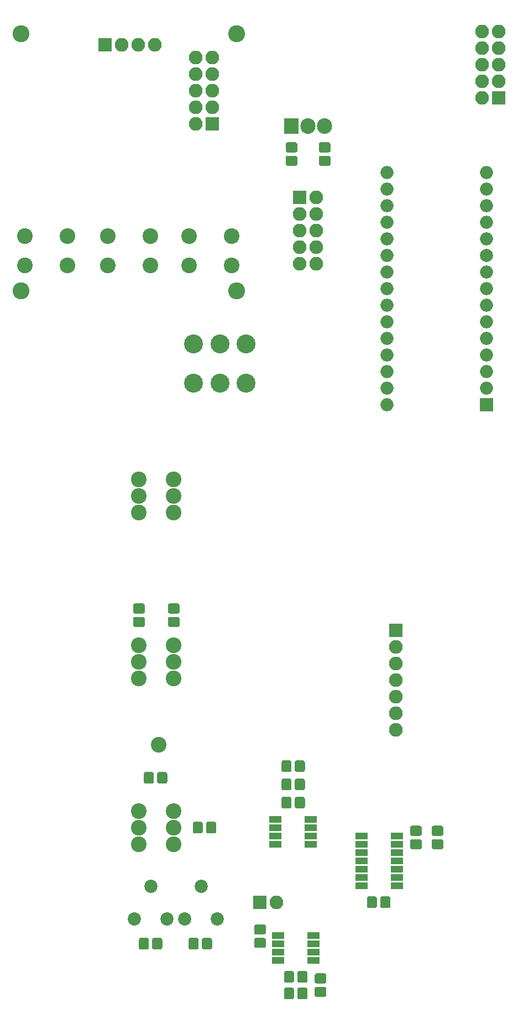
<source format=gbr>
G04 #@! TF.GenerationSoftware,KiCad,Pcbnew,(5.0.0)*
G04 #@! TF.CreationDate,2018-10-20T19:08:45+01:00*
G04 #@! TF.ProjectId,AD9833FunctionGenerator,41443938333346756E6374696F6E4765,rev?*
G04 #@! TF.SameCoordinates,Original*
G04 #@! TF.FileFunction,Soldermask,Top*
G04 #@! TF.FilePolarity,Negative*
%FSLAX46Y46*%
G04 Gerber Fmt 4.6, Leading zero omitted, Abs format (unit mm)*
G04 Created by KiCad (PCBNEW (5.0.0)) date 10/20/18 19:08:45*
%MOMM*%
%LPD*%
G01*
G04 APERTURE LIST*
%ADD10C,2.600000*%
%ADD11C,2.020000*%
%ADD12O,2.000000X2.000000*%
%ADD13C,2.000000*%
%ADD14R,2.000000X2.000000*%
%ADD15C,2.400000*%
%ADD16C,0.100000*%
%ADD17C,1.550000*%
%ADD18C,2.900000*%
%ADD19R,2.100000X2.100000*%
%ADD20O,2.100000X2.100000*%
%ADD21R,1.900000X1.000000*%
%ADD22R,2.305000X2.400000*%
%ADD23O,2.305000X2.400000*%
%ADD24R,1.950000X1.000000*%
G04 APERTURE END LIST*
D10*
G04 #@! TO.C,REF\002A\002A*
X53794681Y-71464698D03*
G04 #@! TD*
G04 #@! TO.C,REF\002A\002A*
X86814681Y-71464698D03*
G04 #@! TD*
G04 #@! TO.C,REF\002A\002A*
X86814681Y-110834698D03*
G04 #@! TD*
D11*
G04 #@! TO.C,RV_UPOFF1*
X83900000Y-207010000D03*
X81400000Y-202010000D03*
X78900000Y-207010000D03*
G04 #@! TD*
D12*
G04 #@! TO.C,A1*
X109855000Y-92710000D03*
X125095000Y-92710000D03*
X109855000Y-128270000D03*
X125095000Y-95250000D03*
X109855000Y-125730000D03*
X125095000Y-97790000D03*
X109855000Y-123190000D03*
X125095000Y-100330000D03*
X109855000Y-120650000D03*
X125095000Y-102870000D03*
X109855000Y-118110000D03*
D13*
X125095000Y-105410000D03*
D12*
X109855000Y-115570000D03*
X125095000Y-107950000D03*
X109855000Y-113030000D03*
X125095000Y-110490000D03*
X109855000Y-110490000D03*
X125095000Y-113030000D03*
X109855000Y-107950000D03*
X125095000Y-115570000D03*
X109855000Y-105410000D03*
X125095000Y-118110000D03*
X109855000Y-102870000D03*
X125095000Y-120650000D03*
X109855000Y-100330000D03*
X125095000Y-123190000D03*
X109855000Y-97790000D03*
X125095000Y-125730000D03*
X109855000Y-95250000D03*
D14*
X125095000Y-128270000D03*
G04 #@! TD*
D15*
G04 #@! TO.C,RV_FREQ1*
X71882000Y-144780000D03*
X71882000Y-142240000D03*
X71882000Y-139700000D03*
X77216000Y-144780000D03*
X77216000Y-142240000D03*
X77216000Y-139700000D03*
G04 #@! TD*
D16*
G04 #@! TO.C,RG1*
G36*
X94950071Y-182743623D02*
X94982781Y-182748475D01*
X95014857Y-182756509D01*
X95045991Y-182767649D01*
X95075884Y-182781787D01*
X95104247Y-182798787D01*
X95130807Y-182818485D01*
X95155308Y-182840692D01*
X95177515Y-182865193D01*
X95197213Y-182891753D01*
X95214213Y-182920116D01*
X95228351Y-182950009D01*
X95239491Y-182981143D01*
X95247525Y-183013219D01*
X95252377Y-183045929D01*
X95254000Y-183078956D01*
X95254000Y-184205044D01*
X95252377Y-184238071D01*
X95247525Y-184270781D01*
X95239491Y-184302857D01*
X95228351Y-184333991D01*
X95214213Y-184363884D01*
X95197213Y-184392247D01*
X95177515Y-184418807D01*
X95155308Y-184443308D01*
X95130807Y-184465515D01*
X95104247Y-184485213D01*
X95075884Y-184502213D01*
X95045991Y-184516351D01*
X95014857Y-184527491D01*
X94982781Y-184535525D01*
X94950071Y-184540377D01*
X94917044Y-184542000D01*
X94040956Y-184542000D01*
X94007929Y-184540377D01*
X93975219Y-184535525D01*
X93943143Y-184527491D01*
X93912009Y-184516351D01*
X93882116Y-184502213D01*
X93853753Y-184485213D01*
X93827193Y-184465515D01*
X93802692Y-184443308D01*
X93780485Y-184418807D01*
X93760787Y-184392247D01*
X93743787Y-184363884D01*
X93729649Y-184333991D01*
X93718509Y-184302857D01*
X93710475Y-184270781D01*
X93705623Y-184238071D01*
X93704000Y-184205044D01*
X93704000Y-183078956D01*
X93705623Y-183045929D01*
X93710475Y-183013219D01*
X93718509Y-182981143D01*
X93729649Y-182950009D01*
X93743787Y-182920116D01*
X93760787Y-182891753D01*
X93780485Y-182865193D01*
X93802692Y-182840692D01*
X93827193Y-182818485D01*
X93853753Y-182798787D01*
X93882116Y-182781787D01*
X93912009Y-182767649D01*
X93943143Y-182756509D01*
X93975219Y-182748475D01*
X94007929Y-182743623D01*
X94040956Y-182742000D01*
X94917044Y-182742000D01*
X94950071Y-182743623D01*
X94950071Y-182743623D01*
G37*
D17*
X94479000Y-183642000D03*
D16*
G36*
X97000071Y-182743623D02*
X97032781Y-182748475D01*
X97064857Y-182756509D01*
X97095991Y-182767649D01*
X97125884Y-182781787D01*
X97154247Y-182798787D01*
X97180807Y-182818485D01*
X97205308Y-182840692D01*
X97227515Y-182865193D01*
X97247213Y-182891753D01*
X97264213Y-182920116D01*
X97278351Y-182950009D01*
X97289491Y-182981143D01*
X97297525Y-183013219D01*
X97302377Y-183045929D01*
X97304000Y-183078956D01*
X97304000Y-184205044D01*
X97302377Y-184238071D01*
X97297525Y-184270781D01*
X97289491Y-184302857D01*
X97278351Y-184333991D01*
X97264213Y-184363884D01*
X97247213Y-184392247D01*
X97227515Y-184418807D01*
X97205308Y-184443308D01*
X97180807Y-184465515D01*
X97154247Y-184485213D01*
X97125884Y-184502213D01*
X97095991Y-184516351D01*
X97064857Y-184527491D01*
X97032781Y-184535525D01*
X97000071Y-184540377D01*
X96967044Y-184542000D01*
X96090956Y-184542000D01*
X96057929Y-184540377D01*
X96025219Y-184535525D01*
X95993143Y-184527491D01*
X95962009Y-184516351D01*
X95932116Y-184502213D01*
X95903753Y-184485213D01*
X95877193Y-184465515D01*
X95852692Y-184443308D01*
X95830485Y-184418807D01*
X95810787Y-184392247D01*
X95793787Y-184363884D01*
X95779649Y-184333991D01*
X95768509Y-184302857D01*
X95760475Y-184270781D01*
X95755623Y-184238071D01*
X95754000Y-184205044D01*
X95754000Y-183078956D01*
X95755623Y-183045929D01*
X95760475Y-183013219D01*
X95768509Y-182981143D01*
X95779649Y-182950009D01*
X95793787Y-182920116D01*
X95810787Y-182891753D01*
X95830485Y-182865193D01*
X95852692Y-182840692D01*
X95877193Y-182818485D01*
X95903753Y-182798787D01*
X95932116Y-182781787D01*
X95962009Y-182767649D01*
X95993143Y-182756509D01*
X96025219Y-182748475D01*
X96057929Y-182743623D01*
X96090956Y-182742000D01*
X96967044Y-182742000D01*
X97000071Y-182743623D01*
X97000071Y-182743623D01*
G37*
D17*
X96529000Y-183642000D03*
G04 #@! TD*
D16*
G04 #@! TO.C,RF1*
G36*
X97000071Y-188331623D02*
X97032781Y-188336475D01*
X97064857Y-188344509D01*
X97095991Y-188355649D01*
X97125884Y-188369787D01*
X97154247Y-188386787D01*
X97180807Y-188406485D01*
X97205308Y-188428692D01*
X97227515Y-188453193D01*
X97247213Y-188479753D01*
X97264213Y-188508116D01*
X97278351Y-188538009D01*
X97289491Y-188569143D01*
X97297525Y-188601219D01*
X97302377Y-188633929D01*
X97304000Y-188666956D01*
X97304000Y-189793044D01*
X97302377Y-189826071D01*
X97297525Y-189858781D01*
X97289491Y-189890857D01*
X97278351Y-189921991D01*
X97264213Y-189951884D01*
X97247213Y-189980247D01*
X97227515Y-190006807D01*
X97205308Y-190031308D01*
X97180807Y-190053515D01*
X97154247Y-190073213D01*
X97125884Y-190090213D01*
X97095991Y-190104351D01*
X97064857Y-190115491D01*
X97032781Y-190123525D01*
X97000071Y-190128377D01*
X96967044Y-190130000D01*
X96090956Y-190130000D01*
X96057929Y-190128377D01*
X96025219Y-190123525D01*
X95993143Y-190115491D01*
X95962009Y-190104351D01*
X95932116Y-190090213D01*
X95903753Y-190073213D01*
X95877193Y-190053515D01*
X95852692Y-190031308D01*
X95830485Y-190006807D01*
X95810787Y-189980247D01*
X95793787Y-189951884D01*
X95779649Y-189921991D01*
X95768509Y-189890857D01*
X95760475Y-189858781D01*
X95755623Y-189826071D01*
X95754000Y-189793044D01*
X95754000Y-188666956D01*
X95755623Y-188633929D01*
X95760475Y-188601219D01*
X95768509Y-188569143D01*
X95779649Y-188538009D01*
X95793787Y-188508116D01*
X95810787Y-188479753D01*
X95830485Y-188453193D01*
X95852692Y-188428692D01*
X95877193Y-188406485D01*
X95903753Y-188386787D01*
X95932116Y-188369787D01*
X95962009Y-188355649D01*
X95993143Y-188344509D01*
X96025219Y-188336475D01*
X96057929Y-188331623D01*
X96090956Y-188330000D01*
X96967044Y-188330000D01*
X97000071Y-188331623D01*
X97000071Y-188331623D01*
G37*
D17*
X96529000Y-189230000D03*
D16*
G36*
X94950071Y-188331623D02*
X94982781Y-188336475D01*
X95014857Y-188344509D01*
X95045991Y-188355649D01*
X95075884Y-188369787D01*
X95104247Y-188386787D01*
X95130807Y-188406485D01*
X95155308Y-188428692D01*
X95177515Y-188453193D01*
X95197213Y-188479753D01*
X95214213Y-188508116D01*
X95228351Y-188538009D01*
X95239491Y-188569143D01*
X95247525Y-188601219D01*
X95252377Y-188633929D01*
X95254000Y-188666956D01*
X95254000Y-189793044D01*
X95252377Y-189826071D01*
X95247525Y-189858781D01*
X95239491Y-189890857D01*
X95228351Y-189921991D01*
X95214213Y-189951884D01*
X95197213Y-189980247D01*
X95177515Y-190006807D01*
X95155308Y-190031308D01*
X95130807Y-190053515D01*
X95104247Y-190073213D01*
X95075884Y-190090213D01*
X95045991Y-190104351D01*
X95014857Y-190115491D01*
X94982781Y-190123525D01*
X94950071Y-190128377D01*
X94917044Y-190130000D01*
X94040956Y-190130000D01*
X94007929Y-190128377D01*
X93975219Y-190123525D01*
X93943143Y-190115491D01*
X93912009Y-190104351D01*
X93882116Y-190090213D01*
X93853753Y-190073213D01*
X93827193Y-190053515D01*
X93802692Y-190031308D01*
X93780485Y-190006807D01*
X93760787Y-189980247D01*
X93743787Y-189951884D01*
X93729649Y-189921991D01*
X93718509Y-189890857D01*
X93710475Y-189858781D01*
X93705623Y-189826071D01*
X93704000Y-189793044D01*
X93704000Y-188666956D01*
X93705623Y-188633929D01*
X93710475Y-188601219D01*
X93718509Y-188569143D01*
X93729649Y-188538009D01*
X93743787Y-188508116D01*
X93760787Y-188479753D01*
X93780485Y-188453193D01*
X93802692Y-188428692D01*
X93827193Y-188406485D01*
X93853753Y-188386787D01*
X93882116Y-188369787D01*
X93912009Y-188355649D01*
X93943143Y-188344509D01*
X93975219Y-188336475D01*
X94007929Y-188331623D01*
X94040956Y-188330000D01*
X94917044Y-188330000D01*
X94950071Y-188331623D01*
X94950071Y-188331623D01*
G37*
D17*
X94479000Y-189230000D03*
G04 #@! TD*
D18*
G04 #@! TO.C,SW_PWR1*
X80264000Y-124968000D03*
X80264000Y-118968000D03*
X84264000Y-124968000D03*
X84264000Y-118968000D03*
X88264000Y-124968000D03*
X88264000Y-118968000D03*
G04 #@! TD*
D19*
G04 #@! TO.C,J_OUT1*
X90424000Y-204470000D03*
D20*
X92964000Y-204470000D03*
G04 #@! TD*
D19*
G04 #@! TO.C,J_PWR1*
X96520000Y-96520000D03*
D20*
X99060000Y-96520000D03*
X96520000Y-99060000D03*
X99060000Y-99060000D03*
X96520000Y-101600000D03*
X99060000Y-101600000D03*
X96520000Y-104140000D03*
X99060000Y-104140000D03*
X96520000Y-106680000D03*
X99060000Y-106680000D03*
G04 #@! TD*
D21*
G04 #@! TO.C,U_POT1*
X111412000Y-201930000D03*
X111412000Y-200660000D03*
X111412000Y-199390000D03*
X111412000Y-198120000D03*
X111412000Y-196850000D03*
X111412000Y-195580000D03*
X111412000Y-194310000D03*
X106012000Y-194310000D03*
X106012000Y-195580000D03*
X106012000Y-196850000D03*
X106012000Y-198120000D03*
X106012000Y-199390000D03*
X106012000Y-200660000D03*
X106012000Y-201930000D03*
G04 #@! TD*
D16*
G04 #@! TO.C,R_LOFF1*
G36*
X73106071Y-209921623D02*
X73138781Y-209926475D01*
X73170857Y-209934509D01*
X73201991Y-209945649D01*
X73231884Y-209959787D01*
X73260247Y-209976787D01*
X73286807Y-209996485D01*
X73311308Y-210018692D01*
X73333515Y-210043193D01*
X73353213Y-210069753D01*
X73370213Y-210098116D01*
X73384351Y-210128009D01*
X73395491Y-210159143D01*
X73403525Y-210191219D01*
X73408377Y-210223929D01*
X73410000Y-210256956D01*
X73410000Y-211383044D01*
X73408377Y-211416071D01*
X73403525Y-211448781D01*
X73395491Y-211480857D01*
X73384351Y-211511991D01*
X73370213Y-211541884D01*
X73353213Y-211570247D01*
X73333515Y-211596807D01*
X73311308Y-211621308D01*
X73286807Y-211643515D01*
X73260247Y-211663213D01*
X73231884Y-211680213D01*
X73201991Y-211694351D01*
X73170857Y-211705491D01*
X73138781Y-211713525D01*
X73106071Y-211718377D01*
X73073044Y-211720000D01*
X72196956Y-211720000D01*
X72163929Y-211718377D01*
X72131219Y-211713525D01*
X72099143Y-211705491D01*
X72068009Y-211694351D01*
X72038116Y-211680213D01*
X72009753Y-211663213D01*
X71983193Y-211643515D01*
X71958692Y-211621308D01*
X71936485Y-211596807D01*
X71916787Y-211570247D01*
X71899787Y-211541884D01*
X71885649Y-211511991D01*
X71874509Y-211480857D01*
X71866475Y-211448781D01*
X71861623Y-211416071D01*
X71860000Y-211383044D01*
X71860000Y-210256956D01*
X71861623Y-210223929D01*
X71866475Y-210191219D01*
X71874509Y-210159143D01*
X71885649Y-210128009D01*
X71899787Y-210098116D01*
X71916787Y-210069753D01*
X71936485Y-210043193D01*
X71958692Y-210018692D01*
X71983193Y-209996485D01*
X72009753Y-209976787D01*
X72038116Y-209959787D01*
X72068009Y-209945649D01*
X72099143Y-209934509D01*
X72131219Y-209926475D01*
X72163929Y-209921623D01*
X72196956Y-209920000D01*
X73073044Y-209920000D01*
X73106071Y-209921623D01*
X73106071Y-209921623D01*
G37*
D17*
X72635000Y-210820000D03*
D16*
G36*
X75156071Y-209921623D02*
X75188781Y-209926475D01*
X75220857Y-209934509D01*
X75251991Y-209945649D01*
X75281884Y-209959787D01*
X75310247Y-209976787D01*
X75336807Y-209996485D01*
X75361308Y-210018692D01*
X75383515Y-210043193D01*
X75403213Y-210069753D01*
X75420213Y-210098116D01*
X75434351Y-210128009D01*
X75445491Y-210159143D01*
X75453525Y-210191219D01*
X75458377Y-210223929D01*
X75460000Y-210256956D01*
X75460000Y-211383044D01*
X75458377Y-211416071D01*
X75453525Y-211448781D01*
X75445491Y-211480857D01*
X75434351Y-211511991D01*
X75420213Y-211541884D01*
X75403213Y-211570247D01*
X75383515Y-211596807D01*
X75361308Y-211621308D01*
X75336807Y-211643515D01*
X75310247Y-211663213D01*
X75281884Y-211680213D01*
X75251991Y-211694351D01*
X75220857Y-211705491D01*
X75188781Y-211713525D01*
X75156071Y-211718377D01*
X75123044Y-211720000D01*
X74246956Y-211720000D01*
X74213929Y-211718377D01*
X74181219Y-211713525D01*
X74149143Y-211705491D01*
X74118009Y-211694351D01*
X74088116Y-211680213D01*
X74059753Y-211663213D01*
X74033193Y-211643515D01*
X74008692Y-211621308D01*
X73986485Y-211596807D01*
X73966787Y-211570247D01*
X73949787Y-211541884D01*
X73935649Y-211511991D01*
X73924509Y-211480857D01*
X73916475Y-211448781D01*
X73911623Y-211416071D01*
X73910000Y-211383044D01*
X73910000Y-210256956D01*
X73911623Y-210223929D01*
X73916475Y-210191219D01*
X73924509Y-210159143D01*
X73935649Y-210128009D01*
X73949787Y-210098116D01*
X73966787Y-210069753D01*
X73986485Y-210043193D01*
X74008692Y-210018692D01*
X74033193Y-209996485D01*
X74059753Y-209976787D01*
X74088116Y-209959787D01*
X74118009Y-209945649D01*
X74149143Y-209934509D01*
X74181219Y-209926475D01*
X74213929Y-209921623D01*
X74246956Y-209920000D01*
X75123044Y-209920000D01*
X75156071Y-209921623D01*
X75156071Y-209921623D01*
G37*
D17*
X74685000Y-210820000D03*
G04 #@! TD*
D16*
G04 #@! TO.C,C1*
G36*
X95846071Y-88117623D02*
X95878781Y-88122475D01*
X95910857Y-88130509D01*
X95941991Y-88141649D01*
X95971884Y-88155787D01*
X96000247Y-88172787D01*
X96026807Y-88192485D01*
X96051308Y-88214692D01*
X96073515Y-88239193D01*
X96093213Y-88265753D01*
X96110213Y-88294116D01*
X96124351Y-88324009D01*
X96135491Y-88355143D01*
X96143525Y-88387219D01*
X96148377Y-88419929D01*
X96150000Y-88452956D01*
X96150000Y-89329044D01*
X96148377Y-89362071D01*
X96143525Y-89394781D01*
X96135491Y-89426857D01*
X96124351Y-89457991D01*
X96110213Y-89487884D01*
X96093213Y-89516247D01*
X96073515Y-89542807D01*
X96051308Y-89567308D01*
X96026807Y-89589515D01*
X96000247Y-89609213D01*
X95971884Y-89626213D01*
X95941991Y-89640351D01*
X95910857Y-89651491D01*
X95878781Y-89659525D01*
X95846071Y-89664377D01*
X95813044Y-89666000D01*
X94686956Y-89666000D01*
X94653929Y-89664377D01*
X94621219Y-89659525D01*
X94589143Y-89651491D01*
X94558009Y-89640351D01*
X94528116Y-89626213D01*
X94499753Y-89609213D01*
X94473193Y-89589515D01*
X94448692Y-89567308D01*
X94426485Y-89542807D01*
X94406787Y-89516247D01*
X94389787Y-89487884D01*
X94375649Y-89457991D01*
X94364509Y-89426857D01*
X94356475Y-89394781D01*
X94351623Y-89362071D01*
X94350000Y-89329044D01*
X94350000Y-88452956D01*
X94351623Y-88419929D01*
X94356475Y-88387219D01*
X94364509Y-88355143D01*
X94375649Y-88324009D01*
X94389787Y-88294116D01*
X94406787Y-88265753D01*
X94426485Y-88239193D01*
X94448692Y-88214692D01*
X94473193Y-88192485D01*
X94499753Y-88172787D01*
X94528116Y-88155787D01*
X94558009Y-88141649D01*
X94589143Y-88130509D01*
X94621219Y-88122475D01*
X94653929Y-88117623D01*
X94686956Y-88116000D01*
X95813044Y-88116000D01*
X95846071Y-88117623D01*
X95846071Y-88117623D01*
G37*
D17*
X95250000Y-88891000D03*
D16*
G36*
X95846071Y-90167623D02*
X95878781Y-90172475D01*
X95910857Y-90180509D01*
X95941991Y-90191649D01*
X95971884Y-90205787D01*
X96000247Y-90222787D01*
X96026807Y-90242485D01*
X96051308Y-90264692D01*
X96073515Y-90289193D01*
X96093213Y-90315753D01*
X96110213Y-90344116D01*
X96124351Y-90374009D01*
X96135491Y-90405143D01*
X96143525Y-90437219D01*
X96148377Y-90469929D01*
X96150000Y-90502956D01*
X96150000Y-91379044D01*
X96148377Y-91412071D01*
X96143525Y-91444781D01*
X96135491Y-91476857D01*
X96124351Y-91507991D01*
X96110213Y-91537884D01*
X96093213Y-91566247D01*
X96073515Y-91592807D01*
X96051308Y-91617308D01*
X96026807Y-91639515D01*
X96000247Y-91659213D01*
X95971884Y-91676213D01*
X95941991Y-91690351D01*
X95910857Y-91701491D01*
X95878781Y-91709525D01*
X95846071Y-91714377D01*
X95813044Y-91716000D01*
X94686956Y-91716000D01*
X94653929Y-91714377D01*
X94621219Y-91709525D01*
X94589143Y-91701491D01*
X94558009Y-91690351D01*
X94528116Y-91676213D01*
X94499753Y-91659213D01*
X94473193Y-91639515D01*
X94448692Y-91617308D01*
X94426485Y-91592807D01*
X94406787Y-91566247D01*
X94389787Y-91537884D01*
X94375649Y-91507991D01*
X94364509Y-91476857D01*
X94356475Y-91444781D01*
X94351623Y-91412071D01*
X94350000Y-91379044D01*
X94350000Y-90502956D01*
X94351623Y-90469929D01*
X94356475Y-90437219D01*
X94364509Y-90405143D01*
X94375649Y-90374009D01*
X94389787Y-90344116D01*
X94406787Y-90315753D01*
X94426485Y-90289193D01*
X94448692Y-90264692D01*
X94473193Y-90242485D01*
X94499753Y-90222787D01*
X94528116Y-90205787D01*
X94558009Y-90191649D01*
X94589143Y-90180509D01*
X94621219Y-90172475D01*
X94653929Y-90167623D01*
X94686956Y-90166000D01*
X95813044Y-90166000D01*
X95846071Y-90167623D01*
X95846071Y-90167623D01*
G37*
D17*
X95250000Y-90941000D03*
G04 #@! TD*
D16*
G04 #@! TO.C,C2*
G36*
X100926071Y-90167623D02*
X100958781Y-90172475D01*
X100990857Y-90180509D01*
X101021991Y-90191649D01*
X101051884Y-90205787D01*
X101080247Y-90222787D01*
X101106807Y-90242485D01*
X101131308Y-90264692D01*
X101153515Y-90289193D01*
X101173213Y-90315753D01*
X101190213Y-90344116D01*
X101204351Y-90374009D01*
X101215491Y-90405143D01*
X101223525Y-90437219D01*
X101228377Y-90469929D01*
X101230000Y-90502956D01*
X101230000Y-91379044D01*
X101228377Y-91412071D01*
X101223525Y-91444781D01*
X101215491Y-91476857D01*
X101204351Y-91507991D01*
X101190213Y-91537884D01*
X101173213Y-91566247D01*
X101153515Y-91592807D01*
X101131308Y-91617308D01*
X101106807Y-91639515D01*
X101080247Y-91659213D01*
X101051884Y-91676213D01*
X101021991Y-91690351D01*
X100990857Y-91701491D01*
X100958781Y-91709525D01*
X100926071Y-91714377D01*
X100893044Y-91716000D01*
X99766956Y-91716000D01*
X99733929Y-91714377D01*
X99701219Y-91709525D01*
X99669143Y-91701491D01*
X99638009Y-91690351D01*
X99608116Y-91676213D01*
X99579753Y-91659213D01*
X99553193Y-91639515D01*
X99528692Y-91617308D01*
X99506485Y-91592807D01*
X99486787Y-91566247D01*
X99469787Y-91537884D01*
X99455649Y-91507991D01*
X99444509Y-91476857D01*
X99436475Y-91444781D01*
X99431623Y-91412071D01*
X99430000Y-91379044D01*
X99430000Y-90502956D01*
X99431623Y-90469929D01*
X99436475Y-90437219D01*
X99444509Y-90405143D01*
X99455649Y-90374009D01*
X99469787Y-90344116D01*
X99486787Y-90315753D01*
X99506485Y-90289193D01*
X99528692Y-90264692D01*
X99553193Y-90242485D01*
X99579753Y-90222787D01*
X99608116Y-90205787D01*
X99638009Y-90191649D01*
X99669143Y-90180509D01*
X99701219Y-90172475D01*
X99733929Y-90167623D01*
X99766956Y-90166000D01*
X100893044Y-90166000D01*
X100926071Y-90167623D01*
X100926071Y-90167623D01*
G37*
D17*
X100330000Y-90941000D03*
D16*
G36*
X100926071Y-88117623D02*
X100958781Y-88122475D01*
X100990857Y-88130509D01*
X101021991Y-88141649D01*
X101051884Y-88155787D01*
X101080247Y-88172787D01*
X101106807Y-88192485D01*
X101131308Y-88214692D01*
X101153515Y-88239193D01*
X101173213Y-88265753D01*
X101190213Y-88294116D01*
X101204351Y-88324009D01*
X101215491Y-88355143D01*
X101223525Y-88387219D01*
X101228377Y-88419929D01*
X101230000Y-88452956D01*
X101230000Y-89329044D01*
X101228377Y-89362071D01*
X101223525Y-89394781D01*
X101215491Y-89426857D01*
X101204351Y-89457991D01*
X101190213Y-89487884D01*
X101173213Y-89516247D01*
X101153515Y-89542807D01*
X101131308Y-89567308D01*
X101106807Y-89589515D01*
X101080247Y-89609213D01*
X101051884Y-89626213D01*
X101021991Y-89640351D01*
X100990857Y-89651491D01*
X100958781Y-89659525D01*
X100926071Y-89664377D01*
X100893044Y-89666000D01*
X99766956Y-89666000D01*
X99733929Y-89664377D01*
X99701219Y-89659525D01*
X99669143Y-89651491D01*
X99638009Y-89640351D01*
X99608116Y-89626213D01*
X99579753Y-89609213D01*
X99553193Y-89589515D01*
X99528692Y-89567308D01*
X99506485Y-89542807D01*
X99486787Y-89516247D01*
X99469787Y-89487884D01*
X99455649Y-89457991D01*
X99444509Y-89426857D01*
X99436475Y-89394781D01*
X99431623Y-89362071D01*
X99430000Y-89329044D01*
X99430000Y-88452956D01*
X99431623Y-88419929D01*
X99436475Y-88387219D01*
X99444509Y-88355143D01*
X99455649Y-88324009D01*
X99469787Y-88294116D01*
X99486787Y-88265753D01*
X99506485Y-88239193D01*
X99528692Y-88214692D01*
X99553193Y-88192485D01*
X99579753Y-88172787D01*
X99608116Y-88155787D01*
X99638009Y-88141649D01*
X99669143Y-88130509D01*
X99701219Y-88122475D01*
X99733929Y-88117623D01*
X99766956Y-88116000D01*
X100893044Y-88116000D01*
X100926071Y-88117623D01*
X100926071Y-88117623D01*
G37*
D17*
X100330000Y-88891000D03*
G04 #@! TD*
D20*
G04 #@! TO.C,J_AD9833*
X111194407Y-178061772D03*
X111194407Y-175521772D03*
X111194407Y-172981772D03*
X111194407Y-170441772D03*
X111194407Y-167901772D03*
X111194407Y-165361772D03*
D19*
X111194407Y-162821772D03*
G04 #@! TD*
G04 #@! TO.C,J_AUX2MAIN2*
X83131681Y-85307698D03*
D20*
X80591681Y-85307698D03*
X83131681Y-82767698D03*
X80591681Y-82767698D03*
X83131681Y-80227698D03*
X80591681Y-80227698D03*
X83131681Y-77687698D03*
X80591681Y-77687698D03*
X83131681Y-75147698D03*
X80591681Y-75147698D03*
G04 #@! TD*
D19*
G04 #@! TO.C,J_MAIN2AUX1*
X127000000Y-81280000D03*
D20*
X124460000Y-81280000D03*
X127000000Y-78740000D03*
X124460000Y-78740000D03*
X127000000Y-76200000D03*
X124460000Y-76200000D03*
X127000000Y-73660000D03*
X124460000Y-73660000D03*
X127000000Y-71120000D03*
X124460000Y-71120000D03*
G04 #@! TD*
D19*
G04 #@! TO.C,J_OLEDCONNECTOR1*
X66725646Y-73193447D03*
D20*
X69265646Y-73193447D03*
X71805646Y-73193447D03*
X74345646Y-73193447D03*
G04 #@! TD*
D16*
G04 #@! TO.C,R_ISO1*
G36*
X91020071Y-209928623D02*
X91052781Y-209933475D01*
X91084857Y-209941509D01*
X91115991Y-209952649D01*
X91145884Y-209966787D01*
X91174247Y-209983787D01*
X91200807Y-210003485D01*
X91225308Y-210025692D01*
X91247515Y-210050193D01*
X91267213Y-210076753D01*
X91284213Y-210105116D01*
X91298351Y-210135009D01*
X91309491Y-210166143D01*
X91317525Y-210198219D01*
X91322377Y-210230929D01*
X91324000Y-210263956D01*
X91324000Y-211140044D01*
X91322377Y-211173071D01*
X91317525Y-211205781D01*
X91309491Y-211237857D01*
X91298351Y-211268991D01*
X91284213Y-211298884D01*
X91267213Y-211327247D01*
X91247515Y-211353807D01*
X91225308Y-211378308D01*
X91200807Y-211400515D01*
X91174247Y-211420213D01*
X91145884Y-211437213D01*
X91115991Y-211451351D01*
X91084857Y-211462491D01*
X91052781Y-211470525D01*
X91020071Y-211475377D01*
X90987044Y-211477000D01*
X89860956Y-211477000D01*
X89827929Y-211475377D01*
X89795219Y-211470525D01*
X89763143Y-211462491D01*
X89732009Y-211451351D01*
X89702116Y-211437213D01*
X89673753Y-211420213D01*
X89647193Y-211400515D01*
X89622692Y-211378308D01*
X89600485Y-211353807D01*
X89580787Y-211327247D01*
X89563787Y-211298884D01*
X89549649Y-211268991D01*
X89538509Y-211237857D01*
X89530475Y-211205781D01*
X89525623Y-211173071D01*
X89524000Y-211140044D01*
X89524000Y-210263956D01*
X89525623Y-210230929D01*
X89530475Y-210198219D01*
X89538509Y-210166143D01*
X89549649Y-210135009D01*
X89563787Y-210105116D01*
X89580787Y-210076753D01*
X89600485Y-210050193D01*
X89622692Y-210025692D01*
X89647193Y-210003485D01*
X89673753Y-209983787D01*
X89702116Y-209966787D01*
X89732009Y-209952649D01*
X89763143Y-209941509D01*
X89795219Y-209933475D01*
X89827929Y-209928623D01*
X89860956Y-209927000D01*
X90987044Y-209927000D01*
X91020071Y-209928623D01*
X91020071Y-209928623D01*
G37*
D17*
X90424000Y-210702000D03*
D16*
G36*
X91020071Y-207878623D02*
X91052781Y-207883475D01*
X91084857Y-207891509D01*
X91115991Y-207902649D01*
X91145884Y-207916787D01*
X91174247Y-207933787D01*
X91200807Y-207953485D01*
X91225308Y-207975692D01*
X91247515Y-208000193D01*
X91267213Y-208026753D01*
X91284213Y-208055116D01*
X91298351Y-208085009D01*
X91309491Y-208116143D01*
X91317525Y-208148219D01*
X91322377Y-208180929D01*
X91324000Y-208213956D01*
X91324000Y-209090044D01*
X91322377Y-209123071D01*
X91317525Y-209155781D01*
X91309491Y-209187857D01*
X91298351Y-209218991D01*
X91284213Y-209248884D01*
X91267213Y-209277247D01*
X91247515Y-209303807D01*
X91225308Y-209328308D01*
X91200807Y-209350515D01*
X91174247Y-209370213D01*
X91145884Y-209387213D01*
X91115991Y-209401351D01*
X91084857Y-209412491D01*
X91052781Y-209420525D01*
X91020071Y-209425377D01*
X90987044Y-209427000D01*
X89860956Y-209427000D01*
X89827929Y-209425377D01*
X89795219Y-209420525D01*
X89763143Y-209412491D01*
X89732009Y-209401351D01*
X89702116Y-209387213D01*
X89673753Y-209370213D01*
X89647193Y-209350515D01*
X89622692Y-209328308D01*
X89600485Y-209303807D01*
X89580787Y-209277247D01*
X89563787Y-209248884D01*
X89549649Y-209218991D01*
X89538509Y-209187857D01*
X89530475Y-209155781D01*
X89525623Y-209123071D01*
X89524000Y-209090044D01*
X89524000Y-208213956D01*
X89525623Y-208180929D01*
X89530475Y-208148219D01*
X89538509Y-208116143D01*
X89549649Y-208085009D01*
X89563787Y-208055116D01*
X89580787Y-208026753D01*
X89600485Y-208000193D01*
X89622692Y-207975692D01*
X89647193Y-207953485D01*
X89673753Y-207933787D01*
X89702116Y-207916787D01*
X89732009Y-207902649D01*
X89763143Y-207891509D01*
X89795219Y-207883475D01*
X89827929Y-207878623D01*
X89860956Y-207877000D01*
X90987044Y-207877000D01*
X91020071Y-207878623D01*
X91020071Y-207878623D01*
G37*
D17*
X90424000Y-208652000D03*
G04 #@! TD*
D16*
G04 #@! TO.C,R_MIX1*
G36*
X83411071Y-192141623D02*
X83443781Y-192146475D01*
X83475857Y-192154509D01*
X83506991Y-192165649D01*
X83536884Y-192179787D01*
X83565247Y-192196787D01*
X83591807Y-192216485D01*
X83616308Y-192238692D01*
X83638515Y-192263193D01*
X83658213Y-192289753D01*
X83675213Y-192318116D01*
X83689351Y-192348009D01*
X83700491Y-192379143D01*
X83708525Y-192411219D01*
X83713377Y-192443929D01*
X83715000Y-192476956D01*
X83715000Y-193603044D01*
X83713377Y-193636071D01*
X83708525Y-193668781D01*
X83700491Y-193700857D01*
X83689351Y-193731991D01*
X83675213Y-193761884D01*
X83658213Y-193790247D01*
X83638515Y-193816807D01*
X83616308Y-193841308D01*
X83591807Y-193863515D01*
X83565247Y-193883213D01*
X83536884Y-193900213D01*
X83506991Y-193914351D01*
X83475857Y-193925491D01*
X83443781Y-193933525D01*
X83411071Y-193938377D01*
X83378044Y-193940000D01*
X82501956Y-193940000D01*
X82468929Y-193938377D01*
X82436219Y-193933525D01*
X82404143Y-193925491D01*
X82373009Y-193914351D01*
X82343116Y-193900213D01*
X82314753Y-193883213D01*
X82288193Y-193863515D01*
X82263692Y-193841308D01*
X82241485Y-193816807D01*
X82221787Y-193790247D01*
X82204787Y-193761884D01*
X82190649Y-193731991D01*
X82179509Y-193700857D01*
X82171475Y-193668781D01*
X82166623Y-193636071D01*
X82165000Y-193603044D01*
X82165000Y-192476956D01*
X82166623Y-192443929D01*
X82171475Y-192411219D01*
X82179509Y-192379143D01*
X82190649Y-192348009D01*
X82204787Y-192318116D01*
X82221787Y-192289753D01*
X82241485Y-192263193D01*
X82263692Y-192238692D01*
X82288193Y-192216485D01*
X82314753Y-192196787D01*
X82343116Y-192179787D01*
X82373009Y-192165649D01*
X82404143Y-192154509D01*
X82436219Y-192146475D01*
X82468929Y-192141623D01*
X82501956Y-192140000D01*
X83378044Y-192140000D01*
X83411071Y-192141623D01*
X83411071Y-192141623D01*
G37*
D17*
X82940000Y-193040000D03*
D16*
G36*
X81361071Y-192141623D02*
X81393781Y-192146475D01*
X81425857Y-192154509D01*
X81456991Y-192165649D01*
X81486884Y-192179787D01*
X81515247Y-192196787D01*
X81541807Y-192216485D01*
X81566308Y-192238692D01*
X81588515Y-192263193D01*
X81608213Y-192289753D01*
X81625213Y-192318116D01*
X81639351Y-192348009D01*
X81650491Y-192379143D01*
X81658525Y-192411219D01*
X81663377Y-192443929D01*
X81665000Y-192476956D01*
X81665000Y-193603044D01*
X81663377Y-193636071D01*
X81658525Y-193668781D01*
X81650491Y-193700857D01*
X81639351Y-193731991D01*
X81625213Y-193761884D01*
X81608213Y-193790247D01*
X81588515Y-193816807D01*
X81566308Y-193841308D01*
X81541807Y-193863515D01*
X81515247Y-193883213D01*
X81486884Y-193900213D01*
X81456991Y-193914351D01*
X81425857Y-193925491D01*
X81393781Y-193933525D01*
X81361071Y-193938377D01*
X81328044Y-193940000D01*
X80451956Y-193940000D01*
X80418929Y-193938377D01*
X80386219Y-193933525D01*
X80354143Y-193925491D01*
X80323009Y-193914351D01*
X80293116Y-193900213D01*
X80264753Y-193883213D01*
X80238193Y-193863515D01*
X80213692Y-193841308D01*
X80191485Y-193816807D01*
X80171787Y-193790247D01*
X80154787Y-193761884D01*
X80140649Y-193731991D01*
X80129509Y-193700857D01*
X80121475Y-193668781D01*
X80116623Y-193636071D01*
X80115000Y-193603044D01*
X80115000Y-192476956D01*
X80116623Y-192443929D01*
X80121475Y-192411219D01*
X80129509Y-192379143D01*
X80140649Y-192348009D01*
X80154787Y-192318116D01*
X80171787Y-192289753D01*
X80191485Y-192263193D01*
X80213692Y-192238692D01*
X80238193Y-192216485D01*
X80264753Y-192196787D01*
X80293116Y-192179787D01*
X80323009Y-192165649D01*
X80354143Y-192154509D01*
X80386219Y-192146475D01*
X80418929Y-192141623D01*
X80451956Y-192140000D01*
X81328044Y-192140000D01*
X81361071Y-192141623D01*
X81361071Y-192141623D01*
G37*
D17*
X80890000Y-193040000D03*
G04 #@! TD*
D16*
G04 #@! TO.C,R_MIX2*
G36*
X75918071Y-184521623D02*
X75950781Y-184526475D01*
X75982857Y-184534509D01*
X76013991Y-184545649D01*
X76043884Y-184559787D01*
X76072247Y-184576787D01*
X76098807Y-184596485D01*
X76123308Y-184618692D01*
X76145515Y-184643193D01*
X76165213Y-184669753D01*
X76182213Y-184698116D01*
X76196351Y-184728009D01*
X76207491Y-184759143D01*
X76215525Y-184791219D01*
X76220377Y-184823929D01*
X76222000Y-184856956D01*
X76222000Y-185983044D01*
X76220377Y-186016071D01*
X76215525Y-186048781D01*
X76207491Y-186080857D01*
X76196351Y-186111991D01*
X76182213Y-186141884D01*
X76165213Y-186170247D01*
X76145515Y-186196807D01*
X76123308Y-186221308D01*
X76098807Y-186243515D01*
X76072247Y-186263213D01*
X76043884Y-186280213D01*
X76013991Y-186294351D01*
X75982857Y-186305491D01*
X75950781Y-186313525D01*
X75918071Y-186318377D01*
X75885044Y-186320000D01*
X75008956Y-186320000D01*
X74975929Y-186318377D01*
X74943219Y-186313525D01*
X74911143Y-186305491D01*
X74880009Y-186294351D01*
X74850116Y-186280213D01*
X74821753Y-186263213D01*
X74795193Y-186243515D01*
X74770692Y-186221308D01*
X74748485Y-186196807D01*
X74728787Y-186170247D01*
X74711787Y-186141884D01*
X74697649Y-186111991D01*
X74686509Y-186080857D01*
X74678475Y-186048781D01*
X74673623Y-186016071D01*
X74672000Y-185983044D01*
X74672000Y-184856956D01*
X74673623Y-184823929D01*
X74678475Y-184791219D01*
X74686509Y-184759143D01*
X74697649Y-184728009D01*
X74711787Y-184698116D01*
X74728787Y-184669753D01*
X74748485Y-184643193D01*
X74770692Y-184618692D01*
X74795193Y-184596485D01*
X74821753Y-184576787D01*
X74850116Y-184559787D01*
X74880009Y-184545649D01*
X74911143Y-184534509D01*
X74943219Y-184526475D01*
X74975929Y-184521623D01*
X75008956Y-184520000D01*
X75885044Y-184520000D01*
X75918071Y-184521623D01*
X75918071Y-184521623D01*
G37*
D17*
X75447000Y-185420000D03*
D16*
G36*
X73868071Y-184521623D02*
X73900781Y-184526475D01*
X73932857Y-184534509D01*
X73963991Y-184545649D01*
X73993884Y-184559787D01*
X74022247Y-184576787D01*
X74048807Y-184596485D01*
X74073308Y-184618692D01*
X74095515Y-184643193D01*
X74115213Y-184669753D01*
X74132213Y-184698116D01*
X74146351Y-184728009D01*
X74157491Y-184759143D01*
X74165525Y-184791219D01*
X74170377Y-184823929D01*
X74172000Y-184856956D01*
X74172000Y-185983044D01*
X74170377Y-186016071D01*
X74165525Y-186048781D01*
X74157491Y-186080857D01*
X74146351Y-186111991D01*
X74132213Y-186141884D01*
X74115213Y-186170247D01*
X74095515Y-186196807D01*
X74073308Y-186221308D01*
X74048807Y-186243515D01*
X74022247Y-186263213D01*
X73993884Y-186280213D01*
X73963991Y-186294351D01*
X73932857Y-186305491D01*
X73900781Y-186313525D01*
X73868071Y-186318377D01*
X73835044Y-186320000D01*
X72958956Y-186320000D01*
X72925929Y-186318377D01*
X72893219Y-186313525D01*
X72861143Y-186305491D01*
X72830009Y-186294351D01*
X72800116Y-186280213D01*
X72771753Y-186263213D01*
X72745193Y-186243515D01*
X72720692Y-186221308D01*
X72698485Y-186196807D01*
X72678787Y-186170247D01*
X72661787Y-186141884D01*
X72647649Y-186111991D01*
X72636509Y-186080857D01*
X72628475Y-186048781D01*
X72623623Y-186016071D01*
X72622000Y-185983044D01*
X72622000Y-184856956D01*
X72623623Y-184823929D01*
X72628475Y-184791219D01*
X72636509Y-184759143D01*
X72647649Y-184728009D01*
X72661787Y-184698116D01*
X72678787Y-184669753D01*
X72698485Y-184643193D01*
X72720692Y-184618692D01*
X72745193Y-184596485D01*
X72771753Y-184576787D01*
X72800116Y-184559787D01*
X72830009Y-184545649D01*
X72861143Y-184534509D01*
X72893219Y-184526475D01*
X72925929Y-184521623D01*
X72958956Y-184520000D01*
X73835044Y-184520000D01*
X73868071Y-184521623D01*
X73868071Y-184521623D01*
G37*
D17*
X73397000Y-185420000D03*
G04 #@! TD*
D16*
G04 #@! TO.C,R_VEL1*
G36*
X72478071Y-158729623D02*
X72510781Y-158734475D01*
X72542857Y-158742509D01*
X72573991Y-158753649D01*
X72603884Y-158767787D01*
X72632247Y-158784787D01*
X72658807Y-158804485D01*
X72683308Y-158826692D01*
X72705515Y-158851193D01*
X72725213Y-158877753D01*
X72742213Y-158906116D01*
X72756351Y-158936009D01*
X72767491Y-158967143D01*
X72775525Y-158999219D01*
X72780377Y-159031929D01*
X72782000Y-159064956D01*
X72782000Y-159941044D01*
X72780377Y-159974071D01*
X72775525Y-160006781D01*
X72767491Y-160038857D01*
X72756351Y-160069991D01*
X72742213Y-160099884D01*
X72725213Y-160128247D01*
X72705515Y-160154807D01*
X72683308Y-160179308D01*
X72658807Y-160201515D01*
X72632247Y-160221213D01*
X72603884Y-160238213D01*
X72573991Y-160252351D01*
X72542857Y-160263491D01*
X72510781Y-160271525D01*
X72478071Y-160276377D01*
X72445044Y-160278000D01*
X71318956Y-160278000D01*
X71285929Y-160276377D01*
X71253219Y-160271525D01*
X71221143Y-160263491D01*
X71190009Y-160252351D01*
X71160116Y-160238213D01*
X71131753Y-160221213D01*
X71105193Y-160201515D01*
X71080692Y-160179308D01*
X71058485Y-160154807D01*
X71038787Y-160128247D01*
X71021787Y-160099884D01*
X71007649Y-160069991D01*
X70996509Y-160038857D01*
X70988475Y-160006781D01*
X70983623Y-159974071D01*
X70982000Y-159941044D01*
X70982000Y-159064956D01*
X70983623Y-159031929D01*
X70988475Y-158999219D01*
X70996509Y-158967143D01*
X71007649Y-158936009D01*
X71021787Y-158906116D01*
X71038787Y-158877753D01*
X71058485Y-158851193D01*
X71080692Y-158826692D01*
X71105193Y-158804485D01*
X71131753Y-158784787D01*
X71160116Y-158767787D01*
X71190009Y-158753649D01*
X71221143Y-158742509D01*
X71253219Y-158734475D01*
X71285929Y-158729623D01*
X71318956Y-158728000D01*
X72445044Y-158728000D01*
X72478071Y-158729623D01*
X72478071Y-158729623D01*
G37*
D17*
X71882000Y-159503000D03*
D16*
G36*
X72478071Y-160779623D02*
X72510781Y-160784475D01*
X72542857Y-160792509D01*
X72573991Y-160803649D01*
X72603884Y-160817787D01*
X72632247Y-160834787D01*
X72658807Y-160854485D01*
X72683308Y-160876692D01*
X72705515Y-160901193D01*
X72725213Y-160927753D01*
X72742213Y-160956116D01*
X72756351Y-160986009D01*
X72767491Y-161017143D01*
X72775525Y-161049219D01*
X72780377Y-161081929D01*
X72782000Y-161114956D01*
X72782000Y-161991044D01*
X72780377Y-162024071D01*
X72775525Y-162056781D01*
X72767491Y-162088857D01*
X72756351Y-162119991D01*
X72742213Y-162149884D01*
X72725213Y-162178247D01*
X72705515Y-162204807D01*
X72683308Y-162229308D01*
X72658807Y-162251515D01*
X72632247Y-162271213D01*
X72603884Y-162288213D01*
X72573991Y-162302351D01*
X72542857Y-162313491D01*
X72510781Y-162321525D01*
X72478071Y-162326377D01*
X72445044Y-162328000D01*
X71318956Y-162328000D01*
X71285929Y-162326377D01*
X71253219Y-162321525D01*
X71221143Y-162313491D01*
X71190009Y-162302351D01*
X71160116Y-162288213D01*
X71131753Y-162271213D01*
X71105193Y-162251515D01*
X71080692Y-162229308D01*
X71058485Y-162204807D01*
X71038787Y-162178247D01*
X71021787Y-162149884D01*
X71007649Y-162119991D01*
X70996509Y-162088857D01*
X70988475Y-162056781D01*
X70983623Y-162024071D01*
X70982000Y-161991044D01*
X70982000Y-161114956D01*
X70983623Y-161081929D01*
X70988475Y-161049219D01*
X70996509Y-161017143D01*
X71007649Y-160986009D01*
X71021787Y-160956116D01*
X71038787Y-160927753D01*
X71058485Y-160901193D01*
X71080692Y-160876692D01*
X71105193Y-160854485D01*
X71131753Y-160834787D01*
X71160116Y-160817787D01*
X71190009Y-160803649D01*
X71221143Y-160792509D01*
X71253219Y-160784475D01*
X71285929Y-160779623D01*
X71318956Y-160778000D01*
X72445044Y-160778000D01*
X72478071Y-160779623D01*
X72478071Y-160779623D01*
G37*
D17*
X71882000Y-161553000D03*
G04 #@! TD*
D15*
G04 #@! TO.C,SW_FUNC1*
X60929681Y-102452698D03*
X60929681Y-106952698D03*
X54429681Y-102452698D03*
X54429681Y-106952698D03*
G04 #@! TD*
G04 #@! TO.C,SW_MODE1*
X67129681Y-106952698D03*
X67129681Y-102452698D03*
X73629681Y-106952698D03*
X73629681Y-102452698D03*
G04 #@! TD*
G04 #@! TO.C,SW_RANGE1*
X79575681Y-106952698D03*
X79575681Y-102452698D03*
X86075681Y-106952698D03*
X86075681Y-102452698D03*
G04 #@! TD*
D22*
G04 #@! TO.C,U1*
X95250000Y-85598000D03*
D23*
X97790000Y-85598000D03*
X100330000Y-85598000D03*
G04 #@! TD*
D16*
G04 #@! TO.C,C_GAIN1*
G36*
X100291071Y-215371623D02*
X100323781Y-215376475D01*
X100355857Y-215384509D01*
X100386991Y-215395649D01*
X100416884Y-215409787D01*
X100445247Y-215426787D01*
X100471807Y-215446485D01*
X100496308Y-215468692D01*
X100518515Y-215493193D01*
X100538213Y-215519753D01*
X100555213Y-215548116D01*
X100569351Y-215578009D01*
X100580491Y-215609143D01*
X100588525Y-215641219D01*
X100593377Y-215673929D01*
X100595000Y-215706956D01*
X100595000Y-216583044D01*
X100593377Y-216616071D01*
X100588525Y-216648781D01*
X100580491Y-216680857D01*
X100569351Y-216711991D01*
X100555213Y-216741884D01*
X100538213Y-216770247D01*
X100518515Y-216796807D01*
X100496308Y-216821308D01*
X100471807Y-216843515D01*
X100445247Y-216863213D01*
X100416884Y-216880213D01*
X100386991Y-216894351D01*
X100355857Y-216905491D01*
X100323781Y-216913525D01*
X100291071Y-216918377D01*
X100258044Y-216920000D01*
X99131956Y-216920000D01*
X99098929Y-216918377D01*
X99066219Y-216913525D01*
X99034143Y-216905491D01*
X99003009Y-216894351D01*
X98973116Y-216880213D01*
X98944753Y-216863213D01*
X98918193Y-216843515D01*
X98893692Y-216821308D01*
X98871485Y-216796807D01*
X98851787Y-216770247D01*
X98834787Y-216741884D01*
X98820649Y-216711991D01*
X98809509Y-216680857D01*
X98801475Y-216648781D01*
X98796623Y-216616071D01*
X98795000Y-216583044D01*
X98795000Y-215706956D01*
X98796623Y-215673929D01*
X98801475Y-215641219D01*
X98809509Y-215609143D01*
X98820649Y-215578009D01*
X98834787Y-215548116D01*
X98851787Y-215519753D01*
X98871485Y-215493193D01*
X98893692Y-215468692D01*
X98918193Y-215446485D01*
X98944753Y-215426787D01*
X98973116Y-215409787D01*
X99003009Y-215395649D01*
X99034143Y-215384509D01*
X99066219Y-215376475D01*
X99098929Y-215371623D01*
X99131956Y-215370000D01*
X100258044Y-215370000D01*
X100291071Y-215371623D01*
X100291071Y-215371623D01*
G37*
D17*
X99695000Y-216145000D03*
D16*
G36*
X100291071Y-217421623D02*
X100323781Y-217426475D01*
X100355857Y-217434509D01*
X100386991Y-217445649D01*
X100416884Y-217459787D01*
X100445247Y-217476787D01*
X100471807Y-217496485D01*
X100496308Y-217518692D01*
X100518515Y-217543193D01*
X100538213Y-217569753D01*
X100555213Y-217598116D01*
X100569351Y-217628009D01*
X100580491Y-217659143D01*
X100588525Y-217691219D01*
X100593377Y-217723929D01*
X100595000Y-217756956D01*
X100595000Y-218633044D01*
X100593377Y-218666071D01*
X100588525Y-218698781D01*
X100580491Y-218730857D01*
X100569351Y-218761991D01*
X100555213Y-218791884D01*
X100538213Y-218820247D01*
X100518515Y-218846807D01*
X100496308Y-218871308D01*
X100471807Y-218893515D01*
X100445247Y-218913213D01*
X100416884Y-218930213D01*
X100386991Y-218944351D01*
X100355857Y-218955491D01*
X100323781Y-218963525D01*
X100291071Y-218968377D01*
X100258044Y-218970000D01*
X99131956Y-218970000D01*
X99098929Y-218968377D01*
X99066219Y-218963525D01*
X99034143Y-218955491D01*
X99003009Y-218944351D01*
X98973116Y-218930213D01*
X98944753Y-218913213D01*
X98918193Y-218893515D01*
X98893692Y-218871308D01*
X98871485Y-218846807D01*
X98851787Y-218820247D01*
X98834787Y-218791884D01*
X98820649Y-218761991D01*
X98809509Y-218730857D01*
X98801475Y-218698781D01*
X98796623Y-218666071D01*
X98795000Y-218633044D01*
X98795000Y-217756956D01*
X98796623Y-217723929D01*
X98801475Y-217691219D01*
X98809509Y-217659143D01*
X98820649Y-217628009D01*
X98834787Y-217598116D01*
X98851787Y-217569753D01*
X98871485Y-217543193D01*
X98893692Y-217518692D01*
X98918193Y-217496485D01*
X98944753Y-217476787D01*
X98973116Y-217459787D01*
X99003009Y-217445649D01*
X99034143Y-217434509D01*
X99066219Y-217426475D01*
X99098929Y-217421623D01*
X99131956Y-217420000D01*
X100258044Y-217420000D01*
X100291071Y-217421623D01*
X100291071Y-217421623D01*
G37*
D17*
X99695000Y-218195000D03*
G04 #@! TD*
D16*
G04 #@! TO.C,R_HIOFF1*
G36*
X80726071Y-209921623D02*
X80758781Y-209926475D01*
X80790857Y-209934509D01*
X80821991Y-209945649D01*
X80851884Y-209959787D01*
X80880247Y-209976787D01*
X80906807Y-209996485D01*
X80931308Y-210018692D01*
X80953515Y-210043193D01*
X80973213Y-210069753D01*
X80990213Y-210098116D01*
X81004351Y-210128009D01*
X81015491Y-210159143D01*
X81023525Y-210191219D01*
X81028377Y-210223929D01*
X81030000Y-210256956D01*
X81030000Y-211383044D01*
X81028377Y-211416071D01*
X81023525Y-211448781D01*
X81015491Y-211480857D01*
X81004351Y-211511991D01*
X80990213Y-211541884D01*
X80973213Y-211570247D01*
X80953515Y-211596807D01*
X80931308Y-211621308D01*
X80906807Y-211643515D01*
X80880247Y-211663213D01*
X80851884Y-211680213D01*
X80821991Y-211694351D01*
X80790857Y-211705491D01*
X80758781Y-211713525D01*
X80726071Y-211718377D01*
X80693044Y-211720000D01*
X79816956Y-211720000D01*
X79783929Y-211718377D01*
X79751219Y-211713525D01*
X79719143Y-211705491D01*
X79688009Y-211694351D01*
X79658116Y-211680213D01*
X79629753Y-211663213D01*
X79603193Y-211643515D01*
X79578692Y-211621308D01*
X79556485Y-211596807D01*
X79536787Y-211570247D01*
X79519787Y-211541884D01*
X79505649Y-211511991D01*
X79494509Y-211480857D01*
X79486475Y-211448781D01*
X79481623Y-211416071D01*
X79480000Y-211383044D01*
X79480000Y-210256956D01*
X79481623Y-210223929D01*
X79486475Y-210191219D01*
X79494509Y-210159143D01*
X79505649Y-210128009D01*
X79519787Y-210098116D01*
X79536787Y-210069753D01*
X79556485Y-210043193D01*
X79578692Y-210018692D01*
X79603193Y-209996485D01*
X79629753Y-209976787D01*
X79658116Y-209959787D01*
X79688009Y-209945649D01*
X79719143Y-209934509D01*
X79751219Y-209926475D01*
X79783929Y-209921623D01*
X79816956Y-209920000D01*
X80693044Y-209920000D01*
X80726071Y-209921623D01*
X80726071Y-209921623D01*
G37*
D17*
X80255000Y-210820000D03*
D16*
G36*
X82776071Y-209921623D02*
X82808781Y-209926475D01*
X82840857Y-209934509D01*
X82871991Y-209945649D01*
X82901884Y-209959787D01*
X82930247Y-209976787D01*
X82956807Y-209996485D01*
X82981308Y-210018692D01*
X83003515Y-210043193D01*
X83023213Y-210069753D01*
X83040213Y-210098116D01*
X83054351Y-210128009D01*
X83065491Y-210159143D01*
X83073525Y-210191219D01*
X83078377Y-210223929D01*
X83080000Y-210256956D01*
X83080000Y-211383044D01*
X83078377Y-211416071D01*
X83073525Y-211448781D01*
X83065491Y-211480857D01*
X83054351Y-211511991D01*
X83040213Y-211541884D01*
X83023213Y-211570247D01*
X83003515Y-211596807D01*
X82981308Y-211621308D01*
X82956807Y-211643515D01*
X82930247Y-211663213D01*
X82901884Y-211680213D01*
X82871991Y-211694351D01*
X82840857Y-211705491D01*
X82808781Y-211713525D01*
X82776071Y-211718377D01*
X82743044Y-211720000D01*
X81866956Y-211720000D01*
X81833929Y-211718377D01*
X81801219Y-211713525D01*
X81769143Y-211705491D01*
X81738009Y-211694351D01*
X81708116Y-211680213D01*
X81679753Y-211663213D01*
X81653193Y-211643515D01*
X81628692Y-211621308D01*
X81606485Y-211596807D01*
X81586787Y-211570247D01*
X81569787Y-211541884D01*
X81555649Y-211511991D01*
X81544509Y-211480857D01*
X81536475Y-211448781D01*
X81531623Y-211416071D01*
X81530000Y-211383044D01*
X81530000Y-210256956D01*
X81531623Y-210223929D01*
X81536475Y-210191219D01*
X81544509Y-210159143D01*
X81555649Y-210128009D01*
X81569787Y-210098116D01*
X81586787Y-210069753D01*
X81606485Y-210043193D01*
X81628692Y-210018692D01*
X81653193Y-209996485D01*
X81679753Y-209976787D01*
X81708116Y-209959787D01*
X81738009Y-209945649D01*
X81769143Y-209934509D01*
X81801219Y-209926475D01*
X81833929Y-209921623D01*
X81866956Y-209920000D01*
X82743044Y-209920000D01*
X82776071Y-209921623D01*
X82776071Y-209921623D01*
G37*
D17*
X82305000Y-210820000D03*
G04 #@! TD*
D15*
G04 #@! TO.C,TP_OFF1*
X74930000Y-180340000D03*
G04 #@! TD*
D16*
G04 #@! TO.C,R_MIX3*
G36*
X114896071Y-194815623D02*
X114928781Y-194820475D01*
X114960857Y-194828509D01*
X114991991Y-194839649D01*
X115021884Y-194853787D01*
X115050247Y-194870787D01*
X115076807Y-194890485D01*
X115101308Y-194912692D01*
X115123515Y-194937193D01*
X115143213Y-194963753D01*
X115160213Y-194992116D01*
X115174351Y-195022009D01*
X115185491Y-195053143D01*
X115193525Y-195085219D01*
X115198377Y-195117929D01*
X115200000Y-195150956D01*
X115200000Y-196027044D01*
X115198377Y-196060071D01*
X115193525Y-196092781D01*
X115185491Y-196124857D01*
X115174351Y-196155991D01*
X115160213Y-196185884D01*
X115143213Y-196214247D01*
X115123515Y-196240807D01*
X115101308Y-196265308D01*
X115076807Y-196287515D01*
X115050247Y-196307213D01*
X115021884Y-196324213D01*
X114991991Y-196338351D01*
X114960857Y-196349491D01*
X114928781Y-196357525D01*
X114896071Y-196362377D01*
X114863044Y-196364000D01*
X113736956Y-196364000D01*
X113703929Y-196362377D01*
X113671219Y-196357525D01*
X113639143Y-196349491D01*
X113608009Y-196338351D01*
X113578116Y-196324213D01*
X113549753Y-196307213D01*
X113523193Y-196287515D01*
X113498692Y-196265308D01*
X113476485Y-196240807D01*
X113456787Y-196214247D01*
X113439787Y-196185884D01*
X113425649Y-196155991D01*
X113414509Y-196124857D01*
X113406475Y-196092781D01*
X113401623Y-196060071D01*
X113400000Y-196027044D01*
X113400000Y-195150956D01*
X113401623Y-195117929D01*
X113406475Y-195085219D01*
X113414509Y-195053143D01*
X113425649Y-195022009D01*
X113439787Y-194992116D01*
X113456787Y-194963753D01*
X113476485Y-194937193D01*
X113498692Y-194912692D01*
X113523193Y-194890485D01*
X113549753Y-194870787D01*
X113578116Y-194853787D01*
X113608009Y-194839649D01*
X113639143Y-194828509D01*
X113671219Y-194820475D01*
X113703929Y-194815623D01*
X113736956Y-194814000D01*
X114863044Y-194814000D01*
X114896071Y-194815623D01*
X114896071Y-194815623D01*
G37*
D17*
X114300000Y-195589000D03*
D16*
G36*
X114896071Y-192765623D02*
X114928781Y-192770475D01*
X114960857Y-192778509D01*
X114991991Y-192789649D01*
X115021884Y-192803787D01*
X115050247Y-192820787D01*
X115076807Y-192840485D01*
X115101308Y-192862692D01*
X115123515Y-192887193D01*
X115143213Y-192913753D01*
X115160213Y-192942116D01*
X115174351Y-192972009D01*
X115185491Y-193003143D01*
X115193525Y-193035219D01*
X115198377Y-193067929D01*
X115200000Y-193100956D01*
X115200000Y-193977044D01*
X115198377Y-194010071D01*
X115193525Y-194042781D01*
X115185491Y-194074857D01*
X115174351Y-194105991D01*
X115160213Y-194135884D01*
X115143213Y-194164247D01*
X115123515Y-194190807D01*
X115101308Y-194215308D01*
X115076807Y-194237515D01*
X115050247Y-194257213D01*
X115021884Y-194274213D01*
X114991991Y-194288351D01*
X114960857Y-194299491D01*
X114928781Y-194307525D01*
X114896071Y-194312377D01*
X114863044Y-194314000D01*
X113736956Y-194314000D01*
X113703929Y-194312377D01*
X113671219Y-194307525D01*
X113639143Y-194299491D01*
X113608009Y-194288351D01*
X113578116Y-194274213D01*
X113549753Y-194257213D01*
X113523193Y-194237515D01*
X113498692Y-194215308D01*
X113476485Y-194190807D01*
X113456787Y-194164247D01*
X113439787Y-194135884D01*
X113425649Y-194105991D01*
X113414509Y-194074857D01*
X113406475Y-194042781D01*
X113401623Y-194010071D01*
X113400000Y-193977044D01*
X113400000Y-193100956D01*
X113401623Y-193067929D01*
X113406475Y-193035219D01*
X113414509Y-193003143D01*
X113425649Y-192972009D01*
X113439787Y-192942116D01*
X113456787Y-192913753D01*
X113476485Y-192887193D01*
X113498692Y-192862692D01*
X113523193Y-192840485D01*
X113549753Y-192820787D01*
X113578116Y-192803787D01*
X113608009Y-192789649D01*
X113639143Y-192778509D01*
X113671219Y-192770475D01*
X113703929Y-192765623D01*
X113736956Y-192764000D01*
X114863044Y-192764000D01*
X114896071Y-192765623D01*
X114896071Y-192765623D01*
G37*
D17*
X114300000Y-193539000D03*
G04 #@! TD*
D16*
G04 #@! TO.C,RF2*
G36*
X95331071Y-215001623D02*
X95363781Y-215006475D01*
X95395857Y-215014509D01*
X95426991Y-215025649D01*
X95456884Y-215039787D01*
X95485247Y-215056787D01*
X95511807Y-215076485D01*
X95536308Y-215098692D01*
X95558515Y-215123193D01*
X95578213Y-215149753D01*
X95595213Y-215178116D01*
X95609351Y-215208009D01*
X95620491Y-215239143D01*
X95628525Y-215271219D01*
X95633377Y-215303929D01*
X95635000Y-215336956D01*
X95635000Y-216463044D01*
X95633377Y-216496071D01*
X95628525Y-216528781D01*
X95620491Y-216560857D01*
X95609351Y-216591991D01*
X95595213Y-216621884D01*
X95578213Y-216650247D01*
X95558515Y-216676807D01*
X95536308Y-216701308D01*
X95511807Y-216723515D01*
X95485247Y-216743213D01*
X95456884Y-216760213D01*
X95426991Y-216774351D01*
X95395857Y-216785491D01*
X95363781Y-216793525D01*
X95331071Y-216798377D01*
X95298044Y-216800000D01*
X94421956Y-216800000D01*
X94388929Y-216798377D01*
X94356219Y-216793525D01*
X94324143Y-216785491D01*
X94293009Y-216774351D01*
X94263116Y-216760213D01*
X94234753Y-216743213D01*
X94208193Y-216723515D01*
X94183692Y-216701308D01*
X94161485Y-216676807D01*
X94141787Y-216650247D01*
X94124787Y-216621884D01*
X94110649Y-216591991D01*
X94099509Y-216560857D01*
X94091475Y-216528781D01*
X94086623Y-216496071D01*
X94085000Y-216463044D01*
X94085000Y-215336956D01*
X94086623Y-215303929D01*
X94091475Y-215271219D01*
X94099509Y-215239143D01*
X94110649Y-215208009D01*
X94124787Y-215178116D01*
X94141787Y-215149753D01*
X94161485Y-215123193D01*
X94183692Y-215098692D01*
X94208193Y-215076485D01*
X94234753Y-215056787D01*
X94263116Y-215039787D01*
X94293009Y-215025649D01*
X94324143Y-215014509D01*
X94356219Y-215006475D01*
X94388929Y-215001623D01*
X94421956Y-215000000D01*
X95298044Y-215000000D01*
X95331071Y-215001623D01*
X95331071Y-215001623D01*
G37*
D17*
X94860000Y-215900000D03*
D16*
G36*
X97381071Y-215001623D02*
X97413781Y-215006475D01*
X97445857Y-215014509D01*
X97476991Y-215025649D01*
X97506884Y-215039787D01*
X97535247Y-215056787D01*
X97561807Y-215076485D01*
X97586308Y-215098692D01*
X97608515Y-215123193D01*
X97628213Y-215149753D01*
X97645213Y-215178116D01*
X97659351Y-215208009D01*
X97670491Y-215239143D01*
X97678525Y-215271219D01*
X97683377Y-215303929D01*
X97685000Y-215336956D01*
X97685000Y-216463044D01*
X97683377Y-216496071D01*
X97678525Y-216528781D01*
X97670491Y-216560857D01*
X97659351Y-216591991D01*
X97645213Y-216621884D01*
X97628213Y-216650247D01*
X97608515Y-216676807D01*
X97586308Y-216701308D01*
X97561807Y-216723515D01*
X97535247Y-216743213D01*
X97506884Y-216760213D01*
X97476991Y-216774351D01*
X97445857Y-216785491D01*
X97413781Y-216793525D01*
X97381071Y-216798377D01*
X97348044Y-216800000D01*
X96471956Y-216800000D01*
X96438929Y-216798377D01*
X96406219Y-216793525D01*
X96374143Y-216785491D01*
X96343009Y-216774351D01*
X96313116Y-216760213D01*
X96284753Y-216743213D01*
X96258193Y-216723515D01*
X96233692Y-216701308D01*
X96211485Y-216676807D01*
X96191787Y-216650247D01*
X96174787Y-216621884D01*
X96160649Y-216591991D01*
X96149509Y-216560857D01*
X96141475Y-216528781D01*
X96136623Y-216496071D01*
X96135000Y-216463044D01*
X96135000Y-215336956D01*
X96136623Y-215303929D01*
X96141475Y-215271219D01*
X96149509Y-215239143D01*
X96160649Y-215208009D01*
X96174787Y-215178116D01*
X96191787Y-215149753D01*
X96211485Y-215123193D01*
X96233692Y-215098692D01*
X96258193Y-215076485D01*
X96284753Y-215056787D01*
X96313116Y-215039787D01*
X96343009Y-215025649D01*
X96374143Y-215014509D01*
X96406219Y-215006475D01*
X96438929Y-215001623D01*
X96471956Y-215000000D01*
X97348044Y-215000000D01*
X97381071Y-215001623D01*
X97381071Y-215001623D01*
G37*
D17*
X96910000Y-215900000D03*
G04 #@! TD*
D16*
G04 #@! TO.C,ROFF1*
G36*
X108031071Y-203571623D02*
X108063781Y-203576475D01*
X108095857Y-203584509D01*
X108126991Y-203595649D01*
X108156884Y-203609787D01*
X108185247Y-203626787D01*
X108211807Y-203646485D01*
X108236308Y-203668692D01*
X108258515Y-203693193D01*
X108278213Y-203719753D01*
X108295213Y-203748116D01*
X108309351Y-203778009D01*
X108320491Y-203809143D01*
X108328525Y-203841219D01*
X108333377Y-203873929D01*
X108335000Y-203906956D01*
X108335000Y-205033044D01*
X108333377Y-205066071D01*
X108328525Y-205098781D01*
X108320491Y-205130857D01*
X108309351Y-205161991D01*
X108295213Y-205191884D01*
X108278213Y-205220247D01*
X108258515Y-205246807D01*
X108236308Y-205271308D01*
X108211807Y-205293515D01*
X108185247Y-205313213D01*
X108156884Y-205330213D01*
X108126991Y-205344351D01*
X108095857Y-205355491D01*
X108063781Y-205363525D01*
X108031071Y-205368377D01*
X107998044Y-205370000D01*
X107121956Y-205370000D01*
X107088929Y-205368377D01*
X107056219Y-205363525D01*
X107024143Y-205355491D01*
X106993009Y-205344351D01*
X106963116Y-205330213D01*
X106934753Y-205313213D01*
X106908193Y-205293515D01*
X106883692Y-205271308D01*
X106861485Y-205246807D01*
X106841787Y-205220247D01*
X106824787Y-205191884D01*
X106810649Y-205161991D01*
X106799509Y-205130857D01*
X106791475Y-205098781D01*
X106786623Y-205066071D01*
X106785000Y-205033044D01*
X106785000Y-203906956D01*
X106786623Y-203873929D01*
X106791475Y-203841219D01*
X106799509Y-203809143D01*
X106810649Y-203778009D01*
X106824787Y-203748116D01*
X106841787Y-203719753D01*
X106861485Y-203693193D01*
X106883692Y-203668692D01*
X106908193Y-203646485D01*
X106934753Y-203626787D01*
X106963116Y-203609787D01*
X106993009Y-203595649D01*
X107024143Y-203584509D01*
X107056219Y-203576475D01*
X107088929Y-203571623D01*
X107121956Y-203570000D01*
X107998044Y-203570000D01*
X108031071Y-203571623D01*
X108031071Y-203571623D01*
G37*
D17*
X107560000Y-204470000D03*
D16*
G36*
X110081071Y-203571623D02*
X110113781Y-203576475D01*
X110145857Y-203584509D01*
X110176991Y-203595649D01*
X110206884Y-203609787D01*
X110235247Y-203626787D01*
X110261807Y-203646485D01*
X110286308Y-203668692D01*
X110308515Y-203693193D01*
X110328213Y-203719753D01*
X110345213Y-203748116D01*
X110359351Y-203778009D01*
X110370491Y-203809143D01*
X110378525Y-203841219D01*
X110383377Y-203873929D01*
X110385000Y-203906956D01*
X110385000Y-205033044D01*
X110383377Y-205066071D01*
X110378525Y-205098781D01*
X110370491Y-205130857D01*
X110359351Y-205161991D01*
X110345213Y-205191884D01*
X110328213Y-205220247D01*
X110308515Y-205246807D01*
X110286308Y-205271308D01*
X110261807Y-205293515D01*
X110235247Y-205313213D01*
X110206884Y-205330213D01*
X110176991Y-205344351D01*
X110145857Y-205355491D01*
X110113781Y-205363525D01*
X110081071Y-205368377D01*
X110048044Y-205370000D01*
X109171956Y-205370000D01*
X109138929Y-205368377D01*
X109106219Y-205363525D01*
X109074143Y-205355491D01*
X109043009Y-205344351D01*
X109013116Y-205330213D01*
X108984753Y-205313213D01*
X108958193Y-205293515D01*
X108933692Y-205271308D01*
X108911485Y-205246807D01*
X108891787Y-205220247D01*
X108874787Y-205191884D01*
X108860649Y-205161991D01*
X108849509Y-205130857D01*
X108841475Y-205098781D01*
X108836623Y-205066071D01*
X108835000Y-205033044D01*
X108835000Y-203906956D01*
X108836623Y-203873929D01*
X108841475Y-203841219D01*
X108849509Y-203809143D01*
X108860649Y-203778009D01*
X108874787Y-203748116D01*
X108891787Y-203719753D01*
X108911485Y-203693193D01*
X108933692Y-203668692D01*
X108958193Y-203646485D01*
X108984753Y-203626787D01*
X109013116Y-203609787D01*
X109043009Y-203595649D01*
X109074143Y-203584509D01*
X109106219Y-203576475D01*
X109138929Y-203571623D01*
X109171956Y-203570000D01*
X110048044Y-203570000D01*
X110081071Y-203571623D01*
X110081071Y-203571623D01*
G37*
D17*
X109610000Y-204470000D03*
G04 #@! TD*
D16*
G04 #@! TO.C,ROFF2*
G36*
X118198071Y-194815623D02*
X118230781Y-194820475D01*
X118262857Y-194828509D01*
X118293991Y-194839649D01*
X118323884Y-194853787D01*
X118352247Y-194870787D01*
X118378807Y-194890485D01*
X118403308Y-194912692D01*
X118425515Y-194937193D01*
X118445213Y-194963753D01*
X118462213Y-194992116D01*
X118476351Y-195022009D01*
X118487491Y-195053143D01*
X118495525Y-195085219D01*
X118500377Y-195117929D01*
X118502000Y-195150956D01*
X118502000Y-196027044D01*
X118500377Y-196060071D01*
X118495525Y-196092781D01*
X118487491Y-196124857D01*
X118476351Y-196155991D01*
X118462213Y-196185884D01*
X118445213Y-196214247D01*
X118425515Y-196240807D01*
X118403308Y-196265308D01*
X118378807Y-196287515D01*
X118352247Y-196307213D01*
X118323884Y-196324213D01*
X118293991Y-196338351D01*
X118262857Y-196349491D01*
X118230781Y-196357525D01*
X118198071Y-196362377D01*
X118165044Y-196364000D01*
X117038956Y-196364000D01*
X117005929Y-196362377D01*
X116973219Y-196357525D01*
X116941143Y-196349491D01*
X116910009Y-196338351D01*
X116880116Y-196324213D01*
X116851753Y-196307213D01*
X116825193Y-196287515D01*
X116800692Y-196265308D01*
X116778485Y-196240807D01*
X116758787Y-196214247D01*
X116741787Y-196185884D01*
X116727649Y-196155991D01*
X116716509Y-196124857D01*
X116708475Y-196092781D01*
X116703623Y-196060071D01*
X116702000Y-196027044D01*
X116702000Y-195150956D01*
X116703623Y-195117929D01*
X116708475Y-195085219D01*
X116716509Y-195053143D01*
X116727649Y-195022009D01*
X116741787Y-194992116D01*
X116758787Y-194963753D01*
X116778485Y-194937193D01*
X116800692Y-194912692D01*
X116825193Y-194890485D01*
X116851753Y-194870787D01*
X116880116Y-194853787D01*
X116910009Y-194839649D01*
X116941143Y-194828509D01*
X116973219Y-194820475D01*
X117005929Y-194815623D01*
X117038956Y-194814000D01*
X118165044Y-194814000D01*
X118198071Y-194815623D01*
X118198071Y-194815623D01*
G37*
D17*
X117602000Y-195589000D03*
D16*
G36*
X118198071Y-192765623D02*
X118230781Y-192770475D01*
X118262857Y-192778509D01*
X118293991Y-192789649D01*
X118323884Y-192803787D01*
X118352247Y-192820787D01*
X118378807Y-192840485D01*
X118403308Y-192862692D01*
X118425515Y-192887193D01*
X118445213Y-192913753D01*
X118462213Y-192942116D01*
X118476351Y-192972009D01*
X118487491Y-193003143D01*
X118495525Y-193035219D01*
X118500377Y-193067929D01*
X118502000Y-193100956D01*
X118502000Y-193977044D01*
X118500377Y-194010071D01*
X118495525Y-194042781D01*
X118487491Y-194074857D01*
X118476351Y-194105991D01*
X118462213Y-194135884D01*
X118445213Y-194164247D01*
X118425515Y-194190807D01*
X118403308Y-194215308D01*
X118378807Y-194237515D01*
X118352247Y-194257213D01*
X118323884Y-194274213D01*
X118293991Y-194288351D01*
X118262857Y-194299491D01*
X118230781Y-194307525D01*
X118198071Y-194312377D01*
X118165044Y-194314000D01*
X117038956Y-194314000D01*
X117005929Y-194312377D01*
X116973219Y-194307525D01*
X116941143Y-194299491D01*
X116910009Y-194288351D01*
X116880116Y-194274213D01*
X116851753Y-194257213D01*
X116825193Y-194237515D01*
X116800692Y-194215308D01*
X116778485Y-194190807D01*
X116758787Y-194164247D01*
X116741787Y-194135884D01*
X116727649Y-194105991D01*
X116716509Y-194074857D01*
X116708475Y-194042781D01*
X116703623Y-194010071D01*
X116702000Y-193977044D01*
X116702000Y-193100956D01*
X116703623Y-193067929D01*
X116708475Y-193035219D01*
X116716509Y-193003143D01*
X116727649Y-192972009D01*
X116741787Y-192942116D01*
X116758787Y-192913753D01*
X116778485Y-192887193D01*
X116800692Y-192862692D01*
X116825193Y-192840485D01*
X116851753Y-192820787D01*
X116880116Y-192803787D01*
X116910009Y-192789649D01*
X116941143Y-192778509D01*
X116973219Y-192770475D01*
X117005929Y-192765623D01*
X117038956Y-192764000D01*
X118165044Y-192764000D01*
X118198071Y-192765623D01*
X118198071Y-192765623D01*
G37*
D17*
X117602000Y-193539000D03*
G04 #@! TD*
D16*
G04 #@! TO.C,CF2*
G36*
X95331071Y-217541623D02*
X95363781Y-217546475D01*
X95395857Y-217554509D01*
X95426991Y-217565649D01*
X95456884Y-217579787D01*
X95485247Y-217596787D01*
X95511807Y-217616485D01*
X95536308Y-217638692D01*
X95558515Y-217663193D01*
X95578213Y-217689753D01*
X95595213Y-217718116D01*
X95609351Y-217748009D01*
X95620491Y-217779143D01*
X95628525Y-217811219D01*
X95633377Y-217843929D01*
X95635000Y-217876956D01*
X95635000Y-219003044D01*
X95633377Y-219036071D01*
X95628525Y-219068781D01*
X95620491Y-219100857D01*
X95609351Y-219131991D01*
X95595213Y-219161884D01*
X95578213Y-219190247D01*
X95558515Y-219216807D01*
X95536308Y-219241308D01*
X95511807Y-219263515D01*
X95485247Y-219283213D01*
X95456884Y-219300213D01*
X95426991Y-219314351D01*
X95395857Y-219325491D01*
X95363781Y-219333525D01*
X95331071Y-219338377D01*
X95298044Y-219340000D01*
X94421956Y-219340000D01*
X94388929Y-219338377D01*
X94356219Y-219333525D01*
X94324143Y-219325491D01*
X94293009Y-219314351D01*
X94263116Y-219300213D01*
X94234753Y-219283213D01*
X94208193Y-219263515D01*
X94183692Y-219241308D01*
X94161485Y-219216807D01*
X94141787Y-219190247D01*
X94124787Y-219161884D01*
X94110649Y-219131991D01*
X94099509Y-219100857D01*
X94091475Y-219068781D01*
X94086623Y-219036071D01*
X94085000Y-219003044D01*
X94085000Y-217876956D01*
X94086623Y-217843929D01*
X94091475Y-217811219D01*
X94099509Y-217779143D01*
X94110649Y-217748009D01*
X94124787Y-217718116D01*
X94141787Y-217689753D01*
X94161485Y-217663193D01*
X94183692Y-217638692D01*
X94208193Y-217616485D01*
X94234753Y-217596787D01*
X94263116Y-217579787D01*
X94293009Y-217565649D01*
X94324143Y-217554509D01*
X94356219Y-217546475D01*
X94388929Y-217541623D01*
X94421956Y-217540000D01*
X95298044Y-217540000D01*
X95331071Y-217541623D01*
X95331071Y-217541623D01*
G37*
D17*
X94860000Y-218440000D03*
D16*
G36*
X97381071Y-217541623D02*
X97413781Y-217546475D01*
X97445857Y-217554509D01*
X97476991Y-217565649D01*
X97506884Y-217579787D01*
X97535247Y-217596787D01*
X97561807Y-217616485D01*
X97586308Y-217638692D01*
X97608515Y-217663193D01*
X97628213Y-217689753D01*
X97645213Y-217718116D01*
X97659351Y-217748009D01*
X97670491Y-217779143D01*
X97678525Y-217811219D01*
X97683377Y-217843929D01*
X97685000Y-217876956D01*
X97685000Y-219003044D01*
X97683377Y-219036071D01*
X97678525Y-219068781D01*
X97670491Y-219100857D01*
X97659351Y-219131991D01*
X97645213Y-219161884D01*
X97628213Y-219190247D01*
X97608515Y-219216807D01*
X97586308Y-219241308D01*
X97561807Y-219263515D01*
X97535247Y-219283213D01*
X97506884Y-219300213D01*
X97476991Y-219314351D01*
X97445857Y-219325491D01*
X97413781Y-219333525D01*
X97381071Y-219338377D01*
X97348044Y-219340000D01*
X96471956Y-219340000D01*
X96438929Y-219338377D01*
X96406219Y-219333525D01*
X96374143Y-219325491D01*
X96343009Y-219314351D01*
X96313116Y-219300213D01*
X96284753Y-219283213D01*
X96258193Y-219263515D01*
X96233692Y-219241308D01*
X96211485Y-219216807D01*
X96191787Y-219190247D01*
X96174787Y-219161884D01*
X96160649Y-219131991D01*
X96149509Y-219100857D01*
X96141475Y-219068781D01*
X96136623Y-219036071D01*
X96135000Y-219003044D01*
X96135000Y-217876956D01*
X96136623Y-217843929D01*
X96141475Y-217811219D01*
X96149509Y-217779143D01*
X96160649Y-217748009D01*
X96174787Y-217718116D01*
X96191787Y-217689753D01*
X96211485Y-217663193D01*
X96233692Y-217638692D01*
X96258193Y-217616485D01*
X96284753Y-217596787D01*
X96313116Y-217579787D01*
X96343009Y-217565649D01*
X96374143Y-217554509D01*
X96406219Y-217546475D01*
X96438929Y-217541623D01*
X96471956Y-217540000D01*
X97348044Y-217540000D01*
X97381071Y-217541623D01*
X97381071Y-217541623D01*
G37*
D17*
X96910000Y-218440000D03*
G04 #@! TD*
D24*
G04 #@! TO.C,U_BUFF1*
X92804000Y-195580000D03*
X92804000Y-194310000D03*
X92804000Y-193040000D03*
X92804000Y-191770000D03*
X98204000Y-191770000D03*
X98204000Y-193040000D03*
X98204000Y-194310000D03*
X98204000Y-195580000D03*
G04 #@! TD*
G04 #@! TO.C,U_MIX1*
X98585000Y-213360000D03*
X98585000Y-212090000D03*
X98585000Y-210820000D03*
X98585000Y-209550000D03*
X93185000Y-209550000D03*
X93185000Y-210820000D03*
X93185000Y-212090000D03*
X93185000Y-213360000D03*
G04 #@! TD*
D16*
G04 #@! TO.C,R_PHASE1*
G36*
X77812071Y-158729623D02*
X77844781Y-158734475D01*
X77876857Y-158742509D01*
X77907991Y-158753649D01*
X77937884Y-158767787D01*
X77966247Y-158784787D01*
X77992807Y-158804485D01*
X78017308Y-158826692D01*
X78039515Y-158851193D01*
X78059213Y-158877753D01*
X78076213Y-158906116D01*
X78090351Y-158936009D01*
X78101491Y-158967143D01*
X78109525Y-158999219D01*
X78114377Y-159031929D01*
X78116000Y-159064956D01*
X78116000Y-159941044D01*
X78114377Y-159974071D01*
X78109525Y-160006781D01*
X78101491Y-160038857D01*
X78090351Y-160069991D01*
X78076213Y-160099884D01*
X78059213Y-160128247D01*
X78039515Y-160154807D01*
X78017308Y-160179308D01*
X77992807Y-160201515D01*
X77966247Y-160221213D01*
X77937884Y-160238213D01*
X77907991Y-160252351D01*
X77876857Y-160263491D01*
X77844781Y-160271525D01*
X77812071Y-160276377D01*
X77779044Y-160278000D01*
X76652956Y-160278000D01*
X76619929Y-160276377D01*
X76587219Y-160271525D01*
X76555143Y-160263491D01*
X76524009Y-160252351D01*
X76494116Y-160238213D01*
X76465753Y-160221213D01*
X76439193Y-160201515D01*
X76414692Y-160179308D01*
X76392485Y-160154807D01*
X76372787Y-160128247D01*
X76355787Y-160099884D01*
X76341649Y-160069991D01*
X76330509Y-160038857D01*
X76322475Y-160006781D01*
X76317623Y-159974071D01*
X76316000Y-159941044D01*
X76316000Y-159064956D01*
X76317623Y-159031929D01*
X76322475Y-158999219D01*
X76330509Y-158967143D01*
X76341649Y-158936009D01*
X76355787Y-158906116D01*
X76372787Y-158877753D01*
X76392485Y-158851193D01*
X76414692Y-158826692D01*
X76439193Y-158804485D01*
X76465753Y-158784787D01*
X76494116Y-158767787D01*
X76524009Y-158753649D01*
X76555143Y-158742509D01*
X76587219Y-158734475D01*
X76619929Y-158729623D01*
X76652956Y-158728000D01*
X77779044Y-158728000D01*
X77812071Y-158729623D01*
X77812071Y-158729623D01*
G37*
D17*
X77216000Y-159503000D03*
D16*
G36*
X77812071Y-160779623D02*
X77844781Y-160784475D01*
X77876857Y-160792509D01*
X77907991Y-160803649D01*
X77937884Y-160817787D01*
X77966247Y-160834787D01*
X77992807Y-160854485D01*
X78017308Y-160876692D01*
X78039515Y-160901193D01*
X78059213Y-160927753D01*
X78076213Y-160956116D01*
X78090351Y-160986009D01*
X78101491Y-161017143D01*
X78109525Y-161049219D01*
X78114377Y-161081929D01*
X78116000Y-161114956D01*
X78116000Y-161991044D01*
X78114377Y-162024071D01*
X78109525Y-162056781D01*
X78101491Y-162088857D01*
X78090351Y-162119991D01*
X78076213Y-162149884D01*
X78059213Y-162178247D01*
X78039515Y-162204807D01*
X78017308Y-162229308D01*
X77992807Y-162251515D01*
X77966247Y-162271213D01*
X77937884Y-162288213D01*
X77907991Y-162302351D01*
X77876857Y-162313491D01*
X77844781Y-162321525D01*
X77812071Y-162326377D01*
X77779044Y-162328000D01*
X76652956Y-162328000D01*
X76619929Y-162326377D01*
X76587219Y-162321525D01*
X76555143Y-162313491D01*
X76524009Y-162302351D01*
X76494116Y-162288213D01*
X76465753Y-162271213D01*
X76439193Y-162251515D01*
X76414692Y-162229308D01*
X76392485Y-162204807D01*
X76372787Y-162178247D01*
X76355787Y-162149884D01*
X76341649Y-162119991D01*
X76330509Y-162088857D01*
X76322475Y-162056781D01*
X76317623Y-162024071D01*
X76316000Y-161991044D01*
X76316000Y-161114956D01*
X76317623Y-161081929D01*
X76322475Y-161049219D01*
X76330509Y-161017143D01*
X76341649Y-160986009D01*
X76355787Y-160956116D01*
X76372787Y-160927753D01*
X76392485Y-160901193D01*
X76414692Y-160876692D01*
X76439193Y-160854485D01*
X76465753Y-160834787D01*
X76494116Y-160817787D01*
X76524009Y-160803649D01*
X76555143Y-160792509D01*
X76587219Y-160784475D01*
X76619929Y-160779623D01*
X76652956Y-160778000D01*
X77779044Y-160778000D01*
X77812071Y-160779623D01*
X77812071Y-160779623D01*
G37*
D17*
X77216000Y-161553000D03*
G04 #@! TD*
D15*
G04 #@! TO.C,RV_AMP1*
X71882000Y-195580000D03*
X71882000Y-193040000D03*
X71882000Y-190500000D03*
X77216000Y-195580000D03*
X77216000Y-193040000D03*
X77216000Y-190500000D03*
G04 #@! TD*
G04 #@! TO.C,RV_TIME1*
X77216000Y-165100000D03*
X77216000Y-167640000D03*
X77216000Y-170180000D03*
X71882000Y-165100000D03*
X71882000Y-167640000D03*
X71882000Y-170180000D03*
G04 #@! TD*
D11*
G04 #@! TO.C,RV_LOWOFF1*
X71200000Y-207010000D03*
X73700000Y-202010000D03*
X76200000Y-207010000D03*
G04 #@! TD*
D10*
G04 #@! TO.C,REF\002A\002A*
X53794681Y-110834698D03*
G04 #@! TD*
D16*
G04 #@! TO.C,CF1*
G36*
X94950071Y-185537623D02*
X94982781Y-185542475D01*
X95014857Y-185550509D01*
X95045991Y-185561649D01*
X95075884Y-185575787D01*
X95104247Y-185592787D01*
X95130807Y-185612485D01*
X95155308Y-185634692D01*
X95177515Y-185659193D01*
X95197213Y-185685753D01*
X95214213Y-185714116D01*
X95228351Y-185744009D01*
X95239491Y-185775143D01*
X95247525Y-185807219D01*
X95252377Y-185839929D01*
X95254000Y-185872956D01*
X95254000Y-186999044D01*
X95252377Y-187032071D01*
X95247525Y-187064781D01*
X95239491Y-187096857D01*
X95228351Y-187127991D01*
X95214213Y-187157884D01*
X95197213Y-187186247D01*
X95177515Y-187212807D01*
X95155308Y-187237308D01*
X95130807Y-187259515D01*
X95104247Y-187279213D01*
X95075884Y-187296213D01*
X95045991Y-187310351D01*
X95014857Y-187321491D01*
X94982781Y-187329525D01*
X94950071Y-187334377D01*
X94917044Y-187336000D01*
X94040956Y-187336000D01*
X94007929Y-187334377D01*
X93975219Y-187329525D01*
X93943143Y-187321491D01*
X93912009Y-187310351D01*
X93882116Y-187296213D01*
X93853753Y-187279213D01*
X93827193Y-187259515D01*
X93802692Y-187237308D01*
X93780485Y-187212807D01*
X93760787Y-187186247D01*
X93743787Y-187157884D01*
X93729649Y-187127991D01*
X93718509Y-187096857D01*
X93710475Y-187064781D01*
X93705623Y-187032071D01*
X93704000Y-186999044D01*
X93704000Y-185872956D01*
X93705623Y-185839929D01*
X93710475Y-185807219D01*
X93718509Y-185775143D01*
X93729649Y-185744009D01*
X93743787Y-185714116D01*
X93760787Y-185685753D01*
X93780485Y-185659193D01*
X93802692Y-185634692D01*
X93827193Y-185612485D01*
X93853753Y-185592787D01*
X93882116Y-185575787D01*
X93912009Y-185561649D01*
X93943143Y-185550509D01*
X93975219Y-185542475D01*
X94007929Y-185537623D01*
X94040956Y-185536000D01*
X94917044Y-185536000D01*
X94950071Y-185537623D01*
X94950071Y-185537623D01*
G37*
D17*
X94479000Y-186436000D03*
D16*
G36*
X97000071Y-185537623D02*
X97032781Y-185542475D01*
X97064857Y-185550509D01*
X97095991Y-185561649D01*
X97125884Y-185575787D01*
X97154247Y-185592787D01*
X97180807Y-185612485D01*
X97205308Y-185634692D01*
X97227515Y-185659193D01*
X97247213Y-185685753D01*
X97264213Y-185714116D01*
X97278351Y-185744009D01*
X97289491Y-185775143D01*
X97297525Y-185807219D01*
X97302377Y-185839929D01*
X97304000Y-185872956D01*
X97304000Y-186999044D01*
X97302377Y-187032071D01*
X97297525Y-187064781D01*
X97289491Y-187096857D01*
X97278351Y-187127991D01*
X97264213Y-187157884D01*
X97247213Y-187186247D01*
X97227515Y-187212807D01*
X97205308Y-187237308D01*
X97180807Y-187259515D01*
X97154247Y-187279213D01*
X97125884Y-187296213D01*
X97095991Y-187310351D01*
X97064857Y-187321491D01*
X97032781Y-187329525D01*
X97000071Y-187334377D01*
X96967044Y-187336000D01*
X96090956Y-187336000D01*
X96057929Y-187334377D01*
X96025219Y-187329525D01*
X95993143Y-187321491D01*
X95962009Y-187310351D01*
X95932116Y-187296213D01*
X95903753Y-187279213D01*
X95877193Y-187259515D01*
X95852692Y-187237308D01*
X95830485Y-187212807D01*
X95810787Y-187186247D01*
X95793787Y-187157884D01*
X95779649Y-187127991D01*
X95768509Y-187096857D01*
X95760475Y-187064781D01*
X95755623Y-187032071D01*
X95754000Y-186999044D01*
X95754000Y-185872956D01*
X95755623Y-185839929D01*
X95760475Y-185807219D01*
X95768509Y-185775143D01*
X95779649Y-185744009D01*
X95793787Y-185714116D01*
X95810787Y-185685753D01*
X95830485Y-185659193D01*
X95852692Y-185634692D01*
X95877193Y-185612485D01*
X95903753Y-185592787D01*
X95932116Y-185575787D01*
X95962009Y-185561649D01*
X95993143Y-185550509D01*
X96025219Y-185542475D01*
X96057929Y-185537623D01*
X96090956Y-185536000D01*
X96967044Y-185536000D01*
X97000071Y-185537623D01*
X97000071Y-185537623D01*
G37*
D17*
X96529000Y-186436000D03*
G04 #@! TD*
M02*

</source>
